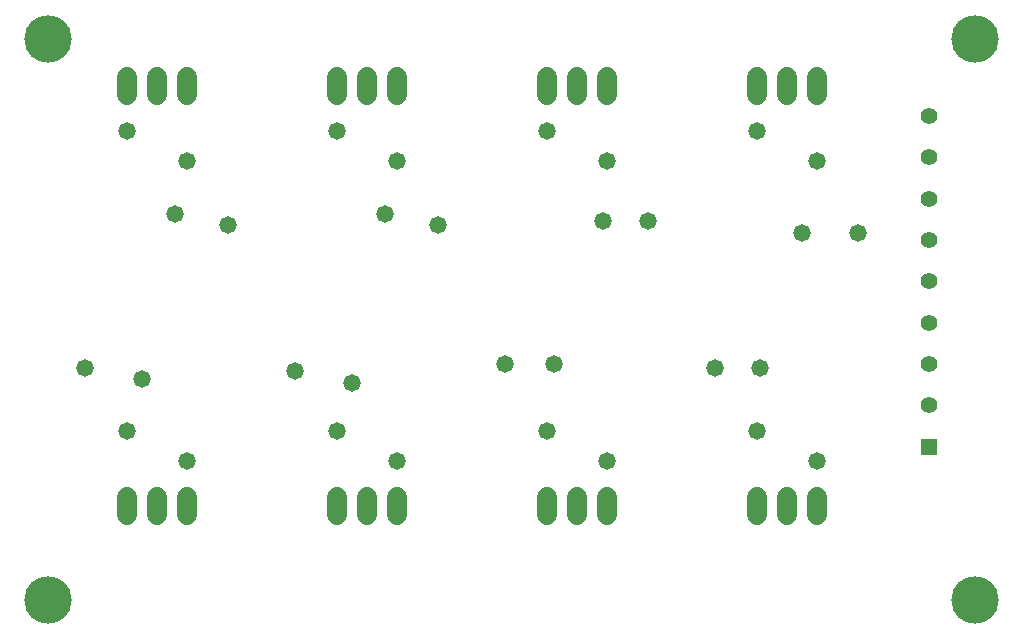
<source format=gbs>
G75*
G70*
%OFA0B0*%
%FSLAX24Y24*%
%IPPOS*%
%LPD*%
%AMOC8*
5,1,8,0,0,1.08239X$1,22.5*
%
%ADD10C,0.1580*%
%ADD11C,0.0680*%
%ADD12R,0.0560X0.0560*%
%ADD13C,0.0560*%
%ADD14C,0.0580*%
D10*
X001479Y001479D03*
X032384Y001479D03*
X032384Y020180D03*
X001479Y020180D03*
D11*
X004101Y018901D02*
X004101Y018301D01*
X005101Y018301D02*
X005101Y018901D01*
X006101Y018901D02*
X006101Y018301D01*
X011101Y018301D02*
X011101Y018901D01*
X012101Y018901D02*
X012101Y018301D01*
X013101Y018301D02*
X013101Y018901D01*
X018101Y018901D02*
X018101Y018301D01*
X019101Y018301D02*
X019101Y018901D01*
X020101Y018901D02*
X020101Y018301D01*
X025101Y018301D02*
X025101Y018901D01*
X026101Y018901D02*
X026101Y018301D01*
X027101Y018301D02*
X027101Y018901D01*
X027101Y004901D02*
X027101Y004301D01*
X026101Y004301D02*
X026101Y004901D01*
X025101Y004901D02*
X025101Y004301D01*
X020101Y004301D02*
X020101Y004901D01*
X019101Y004901D02*
X019101Y004301D01*
X018101Y004301D02*
X018101Y004901D01*
X013101Y004901D02*
X013101Y004301D01*
X012101Y004301D02*
X012101Y004901D01*
X011101Y004901D02*
X011101Y004301D01*
X006101Y004301D02*
X006101Y004901D01*
X005101Y004901D02*
X005101Y004301D01*
X004101Y004301D02*
X004101Y004901D01*
D12*
X030845Y006589D03*
D13*
X030845Y007967D03*
X030845Y009345D03*
X030845Y010723D03*
X030845Y012101D03*
X030845Y013479D03*
X030845Y014857D03*
X030845Y016235D03*
X030845Y017613D03*
D14*
X027101Y016101D03*
X025101Y017101D03*
X020101Y016101D03*
X018101Y017101D03*
X019976Y014101D03*
X021476Y014101D03*
X026601Y013726D03*
X028476Y013726D03*
X025226Y009226D03*
X023726Y009226D03*
X025101Y007101D03*
X027101Y006101D03*
X020101Y006101D03*
X018101Y007101D03*
X018351Y009351D03*
X016726Y009351D03*
X011601Y008726D03*
X009726Y009101D03*
X011101Y007101D03*
X013101Y006101D03*
X006101Y006101D03*
X004101Y007101D03*
X004601Y008851D03*
X002726Y009226D03*
X007476Y013976D03*
X005726Y014351D03*
X006101Y016101D03*
X004101Y017101D03*
X011101Y017101D03*
X013101Y016101D03*
X012726Y014351D03*
X014476Y013976D03*
M02*

</source>
